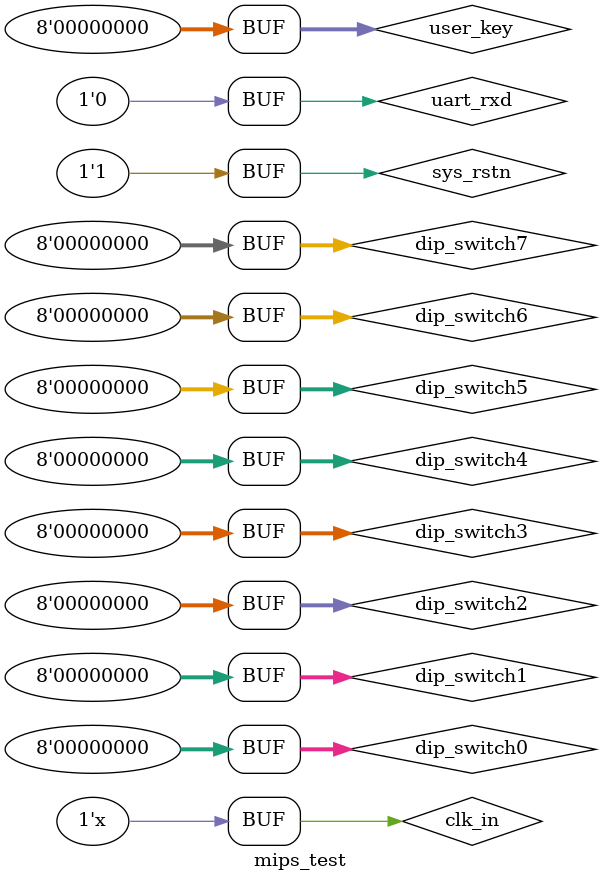
<source format=v>
`timescale 1ns / 1ps


module mips_test;

	// Inputs
	reg clk_in;
	reg sys_rstn;
	reg uart_rxd;
	reg [7:0] dip_switch0;
	reg [7:0] dip_switch1;
	reg [7:0] dip_switch2;
	reg [7:0] dip_switch3;
	reg [7:0] dip_switch4;
	reg [7:0] dip_switch5;
	reg [7:0] dip_switch6;
	reg [7:0] dip_switch7;
	reg [7:0] user_key;

	// Outputs
	wire uart_txd;
	wire [31:0] led_light;
	wire [7:0] digital_tube2;
	wire digital_tube_sel2;
	wire [7:0] digital_tube1;
	wire [3:0] digital_tube_sel1;
	wire [7:0] digital_tube0;
	wire [3:0] digital_tube_sel0;

	// Instantiate the Unit Under Test (UUT)
	mips uut (
		.clk_in(clk_in), 
		.sys_rstn(sys_rstn), 
		.uart_rxd(uart_rxd), 
		.uart_txd(uart_txd), 
		.dip_switch0(dip_switch0), 
		.dip_switch1(dip_switch1), 
		.dip_switch2(dip_switch2), 
		.dip_switch3(dip_switch3), 
		.dip_switch4(dip_switch4), 
		.dip_switch5(dip_switch5), 
		.dip_switch6(dip_switch6), 
		.dip_switch7(dip_switch7), 
		.user_key(user_key), 
		.led_light(led_light), 
		.digital_tube2(digital_tube2), 
		.digital_tube_sel2(digital_tube_sel2), 
		.digital_tube1(digital_tube1), 
		.digital_tube_sel1(digital_tube_sel1), 
		.digital_tube0(digital_tube0), 
		.digital_tube_sel0(digital_tube_sel0)
	);

	initial begin
		// Initialize Inputs
		clk_in = 0;
		sys_rstn = 0;
		uart_rxd = 0;
		dip_switch0 = 0;
		dip_switch1 = 0;
		dip_switch2 = 0;
		dip_switch3 = 0;
		dip_switch4 = 0;
		dip_switch5 = 0;
		dip_switch6 = 0;
		dip_switch7 = 0;
		user_key = 0;

		// Wait 100 ns for global reset to finish
		#600;
		sys_rstn = 1;
		
	end
	
	always #25 clk_in = ~clk_in;
	
endmodule


</source>
